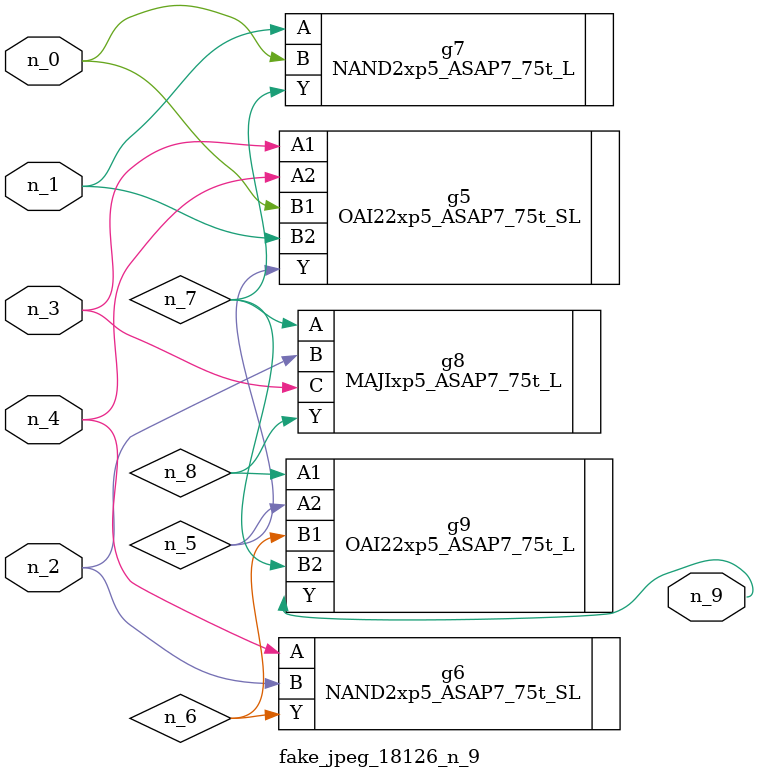
<source format=v>
module fake_jpeg_18126_n_9 (n_3, n_2, n_1, n_0, n_4, n_9);

input n_3;
input n_2;
input n_1;
input n_0;
input n_4;

output n_9;

wire n_8;
wire n_6;
wire n_5;
wire n_7;

OAI22xp5_ASAP7_75t_SL g5 ( 
.A1(n_3),
.A2(n_4),
.B1(n_0),
.B2(n_1),
.Y(n_5)
);

NAND2xp5_ASAP7_75t_SL g6 ( 
.A(n_4),
.B(n_2),
.Y(n_6)
);

NAND2xp5_ASAP7_75t_L g7 ( 
.A(n_1),
.B(n_0),
.Y(n_7)
);

MAJIxp5_ASAP7_75t_L g8 ( 
.A(n_7),
.B(n_2),
.C(n_3),
.Y(n_8)
);

OAI22xp5_ASAP7_75t_L g9 ( 
.A1(n_8),
.A2(n_5),
.B1(n_6),
.B2(n_7),
.Y(n_9)
);


endmodule
</source>
